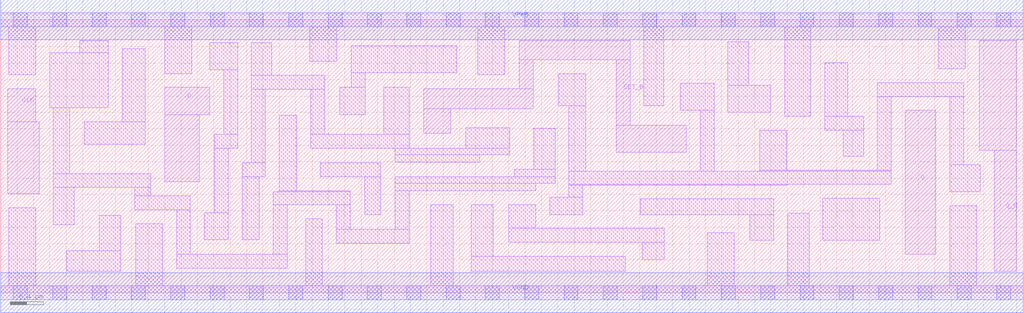
<source format=lef>
# Copyright 2020 The SkyWater PDK Authors
#
# Licensed under the Apache License, Version 2.0 (the "License");
# you may not use this file except in compliance with the License.
# You may obtain a copy of the License at
#
#     https://www.apache.org/licenses/LICENSE-2.0
#
# Unless required by applicable law or agreed to in writing, software
# distributed under the License is distributed on an "AS IS" BASIS,
# WITHOUT WARRANTIES OR CONDITIONS OF ANY KIND, either express or implied.
# See the License for the specific language governing permissions and
# limitations under the License.
#
# SPDX-License-Identifier: Apache-2.0

VERSION 5.7 ;
  NAMESCASESENSITIVE ON ;
  NOWIREEXTENSIONATPIN ON ;
  DIVIDERCHAR "/" ;
  BUSBITCHARS "[]" ;
UNITS
  DATABASE MICRONS 200 ;
END UNITS
MACRO sky130_fd_sc_lp__dfsbp_1
  CLASS CORE ;
  SOURCE USER ;
  FOREIGN sky130_fd_sc_lp__dfsbp_1 ;
  ORIGIN  0.000000  0.000000 ;
  SIZE  12.48000 BY  3.330000 ;
  SYMMETRY X Y R90 ;
  SITE unit ;
  PIN D
    ANTENNAGATEAREA  0.126000 ;
    DIRECTION INPUT ;
    USE SIGNAL ;
    PORT
      LAYER li1 ;
        RECT 2.000000 1.355000 2.425000 2.175000 ;
        RECT 2.000000 2.175000 2.550000 2.505000 ;
    END
  END D
  PIN Q
    ANTENNADIFFAREA  0.556500 ;
    DIRECTION OUTPUT ;
    USE SIGNAL ;
    PORT
      LAYER li1 ;
        RECT 11.040000 0.470000 11.410000 2.225000 ;
    END
  END Q
  PIN Q_N
    ANTENNADIFFAREA  0.556500 ;
    DIRECTION OUTPUT ;
    USE SIGNAL ;
    PORT
      LAYER li1 ;
        RECT 11.940000 1.740000 12.395000 3.075000 ;
        RECT 12.125000 0.260000 12.395000 1.740000 ;
    END
  END Q_N
  PIN SET_B
    ANTENNAGATEAREA  0.252000 ;
    DIRECTION INPUT ;
    USE SIGNAL ;
    PORT
      LAYER li1 ;
        RECT 5.165000 1.945000 5.495000 2.245000 ;
        RECT 5.165000 2.245000 6.500000 2.490000 ;
        RECT 6.330000 2.490000 6.500000 2.845000 ;
        RECT 6.330000 2.845000 7.680000 3.075000 ;
        RECT 7.510000 1.715000 8.365000 2.045000 ;
        RECT 7.510000 2.045000 7.680000 2.845000 ;
    END
  END SET_B
  PIN CLK
    ANTENNAGATEAREA  0.159000 ;
    DIRECTION INPUT ;
    USE CLOCK ;
    PORT
      LAYER li1 ;
        RECT 0.085000 1.210000 0.470000 2.090000 ;
        RECT 0.085000 2.090000 0.430000 2.490000 ;
    END
  END CLK
  PIN VGND
    DIRECTION INOUT ;
    USE GROUND ;
    PORT
      LAYER met1 ;
        RECT 0.000000 -0.245000 12.480000 0.245000 ;
    END
  END VGND
  PIN VPWR
    DIRECTION INOUT ;
    USE POWER ;
    PORT
      LAYER met1 ;
        RECT 0.000000 3.085000 12.480000 3.575000 ;
    END
  END VPWR
  OBS
    LAYER li1 ;
      RECT  0.000000 -0.085000 12.480000 0.085000 ;
      RECT  0.000000  3.245000 12.480000 3.415000 ;
      RECT  0.100000  0.085000  0.430000 1.040000 ;
      RECT  0.100000  2.660000  0.430000 3.245000 ;
      RECT  0.600000  2.260000  1.315000 2.930000 ;
      RECT  0.640000  0.830000  0.900000 1.285000 ;
      RECT  0.640000  1.285000  1.830000 1.455000 ;
      RECT  0.640000  1.455000  0.840000 2.260000 ;
      RECT  0.805000  0.265000  1.465000 0.515000 ;
      RECT  0.965000  2.930000  1.315000 3.075000 ;
      RECT  1.020000  1.815000  1.765000 2.090000 ;
      RECT  1.205000  0.515000  1.465000 0.945000 ;
      RECT  1.485000  2.090000  1.765000 2.975000 ;
      RECT  1.635000  1.015000  2.315000 1.185000 ;
      RECT  1.635000  1.185000  1.830000 1.285000 ;
      RECT  1.645000  0.085000  1.975000 0.845000 ;
      RECT  2.000000  2.675000  2.330000 3.245000 ;
      RECT  2.145000  0.300000  3.495000 0.470000 ;
      RECT  2.145000  0.470000  2.315000 1.015000 ;
      RECT  2.485000  0.645000  2.775000 0.975000 ;
      RECT  2.550000  2.720000  2.890000 3.050000 ;
      RECT  2.605000  0.975000  2.775000 1.765000 ;
      RECT  2.605000  1.765000  2.890000 1.935000 ;
      RECT  2.720000  1.935000  2.890000 2.720000 ;
      RECT  2.945000  0.645000  3.155000 1.415000 ;
      RECT  2.945000  1.415000  3.230000 1.585000 ;
      RECT  3.060000  1.585000  3.230000 2.485000 ;
      RECT  3.060000  2.485000  3.955000 2.655000 ;
      RECT  3.060000  2.655000  3.310000 3.050000 ;
      RECT  3.325000  0.470000  3.495000 1.075000 ;
      RECT  3.325000  1.075000  4.265000 1.235000 ;
      RECT  3.400000  1.235000  4.265000 1.245000 ;
      RECT  3.400000  1.245000  3.615000 2.165000 ;
      RECT  3.725000  0.085000  3.925000 0.905000 ;
      RECT  3.770000  2.825000  4.100000 3.245000 ;
      RECT  3.785000  1.765000  4.985000 1.935000 ;
      RECT  3.785000  1.935000  3.955000 2.485000 ;
      RECT  3.900000  1.415000  4.635000 1.585000 ;
      RECT  4.095000  0.605000  4.985000 0.775000 ;
      RECT  4.095000  0.775000  4.265000 1.075000 ;
      RECT  4.135000  2.175000  4.450000 2.505000 ;
      RECT  4.280000  2.505000  4.450000 2.685000 ;
      RECT  4.280000  2.685000  5.565000 3.015000 ;
      RECT  4.445000  0.955000  4.635000 1.415000 ;
      RECT  4.675000  1.935000  4.985000 2.505000 ;
      RECT  4.815000  0.775000  4.985000 1.245000 ;
      RECT  4.815000  1.245000  6.530000 1.335000 ;
      RECT  4.815000  1.335000  6.765000 1.415000 ;
      RECT  4.815000  1.595000  5.845000 1.685000 ;
      RECT  4.815000  1.685000  6.215000 1.765000 ;
      RECT  5.250000  0.085000  5.520000 1.075000 ;
      RECT  5.675000  1.765000  6.215000 2.015000 ;
      RECT  5.740000  0.265000  7.620000 0.445000 ;
      RECT  5.740000  0.445000  6.010000 1.075000 ;
      RECT  5.820000  2.660000  6.150000 3.245000 ;
      RECT  6.200000  0.615000  8.100000 0.785000 ;
      RECT  6.200000  0.785000  6.530000 1.075000 ;
      RECT  6.270000  1.415000  6.765000 1.505000 ;
      RECT  6.505000  1.505000  6.765000 2.005000 ;
      RECT  6.700000  0.955000  7.105000 1.165000 ;
      RECT  6.810000  2.285000  7.140000 2.675000 ;
      RECT  6.935000  1.165000  7.105000 1.315000 ;
      RECT  6.935000  1.315000  9.595000 1.325000 ;
      RECT  6.935000  1.325000 10.870000 1.485000 ;
      RECT  6.935000  1.485000  7.140000 2.285000 ;
      RECT  7.805000  0.955000  9.435000 1.145000 ;
      RECT  7.830000  0.400000  8.100000 0.615000 ;
      RECT  7.850000  2.280000  8.090000 3.245000 ;
      RECT  8.290000  2.225000  8.705000 2.555000 ;
      RECT  8.535000  1.485000  8.705000 2.225000 ;
      RECT  8.620000  0.085000  8.950000 0.730000 ;
      RECT  8.875000  2.200000  9.400000 2.530000 ;
      RECT  8.875000  2.530000  9.130000 3.065000 ;
      RECT  9.140000  0.640000  9.435000 0.955000 ;
      RECT  9.265000  1.485000 10.870000 1.495000 ;
      RECT  9.265000  1.495000  9.595000 1.985000 ;
      RECT  9.570000  2.155000  9.885000 3.245000 ;
      RECT  9.605000  0.085000  9.865000 0.970000 ;
      RECT 10.035000  0.640000 10.730000 1.155000 ;
      RECT 10.055000  1.985000 10.530000 2.155000 ;
      RECT 10.055000  2.155000 10.340000 2.805000 ;
      RECT 10.280000  1.665000 10.530000 1.985000 ;
      RECT 10.700000  1.495000 10.870000 2.395000 ;
      RECT 10.700000  2.395000 11.750000 2.565000 ;
      RECT 11.440000  2.735000 11.770000 3.245000 ;
      RECT 11.580000  0.085000 11.910000 1.060000 ;
      RECT 11.580000  1.230000 11.955000 1.560000 ;
      RECT 11.580000  1.560000 11.750000 2.395000 ;
    LAYER mcon ;
      RECT  0.155000 -0.085000  0.325000 0.085000 ;
      RECT  0.155000  3.245000  0.325000 3.415000 ;
      RECT  0.635000 -0.085000  0.805000 0.085000 ;
      RECT  0.635000  3.245000  0.805000 3.415000 ;
      RECT  1.115000 -0.085000  1.285000 0.085000 ;
      RECT  1.115000  3.245000  1.285000 3.415000 ;
      RECT  1.595000 -0.085000  1.765000 0.085000 ;
      RECT  1.595000  3.245000  1.765000 3.415000 ;
      RECT  2.075000 -0.085000  2.245000 0.085000 ;
      RECT  2.075000  3.245000  2.245000 3.415000 ;
      RECT  2.555000 -0.085000  2.725000 0.085000 ;
      RECT  2.555000  3.245000  2.725000 3.415000 ;
      RECT  3.035000 -0.085000  3.205000 0.085000 ;
      RECT  3.035000  3.245000  3.205000 3.415000 ;
      RECT  3.515000 -0.085000  3.685000 0.085000 ;
      RECT  3.515000  3.245000  3.685000 3.415000 ;
      RECT  3.995000 -0.085000  4.165000 0.085000 ;
      RECT  3.995000  3.245000  4.165000 3.415000 ;
      RECT  4.475000 -0.085000  4.645000 0.085000 ;
      RECT  4.475000  3.245000  4.645000 3.415000 ;
      RECT  4.955000 -0.085000  5.125000 0.085000 ;
      RECT  4.955000  3.245000  5.125000 3.415000 ;
      RECT  5.435000 -0.085000  5.605000 0.085000 ;
      RECT  5.435000  3.245000  5.605000 3.415000 ;
      RECT  5.915000 -0.085000  6.085000 0.085000 ;
      RECT  5.915000  3.245000  6.085000 3.415000 ;
      RECT  6.395000 -0.085000  6.565000 0.085000 ;
      RECT  6.395000  3.245000  6.565000 3.415000 ;
      RECT  6.875000 -0.085000  7.045000 0.085000 ;
      RECT  6.875000  3.245000  7.045000 3.415000 ;
      RECT  7.355000 -0.085000  7.525000 0.085000 ;
      RECT  7.355000  3.245000  7.525000 3.415000 ;
      RECT  7.835000 -0.085000  8.005000 0.085000 ;
      RECT  7.835000  3.245000  8.005000 3.415000 ;
      RECT  8.315000 -0.085000  8.485000 0.085000 ;
      RECT  8.315000  3.245000  8.485000 3.415000 ;
      RECT  8.795000 -0.085000  8.965000 0.085000 ;
      RECT  8.795000  3.245000  8.965000 3.415000 ;
      RECT  9.275000 -0.085000  9.445000 0.085000 ;
      RECT  9.275000  3.245000  9.445000 3.415000 ;
      RECT  9.755000 -0.085000  9.925000 0.085000 ;
      RECT  9.755000  3.245000  9.925000 3.415000 ;
      RECT 10.235000 -0.085000 10.405000 0.085000 ;
      RECT 10.235000  3.245000 10.405000 3.415000 ;
      RECT 10.715000 -0.085000 10.885000 0.085000 ;
      RECT 10.715000  3.245000 10.885000 3.415000 ;
      RECT 11.195000 -0.085000 11.365000 0.085000 ;
      RECT 11.195000  3.245000 11.365000 3.415000 ;
      RECT 11.675000 -0.085000 11.845000 0.085000 ;
      RECT 11.675000  3.245000 11.845000 3.415000 ;
      RECT 12.155000 -0.085000 12.325000 0.085000 ;
      RECT 12.155000  3.245000 12.325000 3.415000 ;
  END
END sky130_fd_sc_lp__dfsbp_1

</source>
